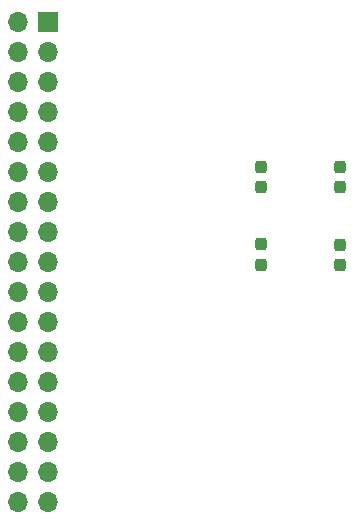
<source format=gbs>
G04 #@! TF.GenerationSoftware,KiCad,Pcbnew,6.0.1*
G04 #@! TF.CreationDate,2022-02-15T02:13:11-08:00*
G04 #@! TF.ProjectId,iCE40-SDRAM,69434534-302d-4534-9452-414d2e6b6963,rev?*
G04 #@! TF.SameCoordinates,Original*
G04 #@! TF.FileFunction,Soldermask,Bot*
G04 #@! TF.FilePolarity,Negative*
%FSLAX46Y46*%
G04 Gerber Fmt 4.6, Leading zero omitted, Abs format (unit mm)*
G04 Created by KiCad (PCBNEW 6.0.1) date 2022-02-15 02:13:11*
%MOMM*%
%LPD*%
G01*
G04 APERTURE LIST*
G04 Aperture macros list*
%AMRoundRect*
0 Rectangle with rounded corners*
0 $1 Rounding radius*
0 $2 $3 $4 $5 $6 $7 $8 $9 X,Y pos of 4 corners*
0 Add a 4 corners polygon primitive as box body*
4,1,4,$2,$3,$4,$5,$6,$7,$8,$9,$2,$3,0*
0 Add four circle primitives for the rounded corners*
1,1,$1+$1,$2,$3*
1,1,$1+$1,$4,$5*
1,1,$1+$1,$6,$7*
1,1,$1+$1,$8,$9*
0 Add four rect primitives between the rounded corners*
20,1,$1+$1,$2,$3,$4,$5,0*
20,1,$1+$1,$4,$5,$6,$7,0*
20,1,$1+$1,$6,$7,$8,$9,0*
20,1,$1+$1,$8,$9,$2,$3,0*%
G04 Aperture macros list end*
%ADD10RoundRect,0.237500X-0.237500X0.300000X-0.237500X-0.300000X0.237500X-0.300000X0.237500X0.300000X0*%
%ADD11RoundRect,0.237500X0.237500X-0.300000X0.237500X0.300000X-0.237500X0.300000X-0.237500X-0.300000X0*%
%ADD12O,1.700000X1.700000*%
%ADD13R,1.700000X1.700000*%
G04 APERTURE END LIST*
D10*
X149245000Y-73367500D03*
X149245000Y-75092500D03*
D11*
X142535000Y-75072500D03*
X142535000Y-73347500D03*
X149245000Y-68502500D03*
X149245000Y-66777500D03*
D10*
X142525000Y-68500000D03*
X142525000Y-66775000D03*
D12*
X122000000Y-95190000D03*
X124540000Y-95190000D03*
X122000000Y-92650000D03*
X124540000Y-92650000D03*
X122000000Y-90110000D03*
X124540000Y-90110000D03*
X122000000Y-87570000D03*
X124540000Y-87570000D03*
X122000000Y-85030000D03*
X124540000Y-85030000D03*
X122000000Y-82490000D03*
X124540000Y-82490000D03*
X122000000Y-79950000D03*
X124540000Y-79950000D03*
X122000000Y-77410000D03*
X124540000Y-77410000D03*
X122000000Y-74870000D03*
X124540000Y-74870000D03*
X122000000Y-72330000D03*
X124540000Y-72330000D03*
X122000000Y-69790000D03*
X124540000Y-69790000D03*
X122000000Y-67250000D03*
X124540000Y-67250000D03*
X122000000Y-64710000D03*
X124540000Y-64710000D03*
X122000000Y-62170000D03*
X124540000Y-62170000D03*
X122000000Y-59630000D03*
X124540000Y-59630000D03*
X122000000Y-57090000D03*
X124540000Y-57090000D03*
X122000000Y-54550000D03*
D13*
X124540000Y-54550000D03*
M02*

</source>
